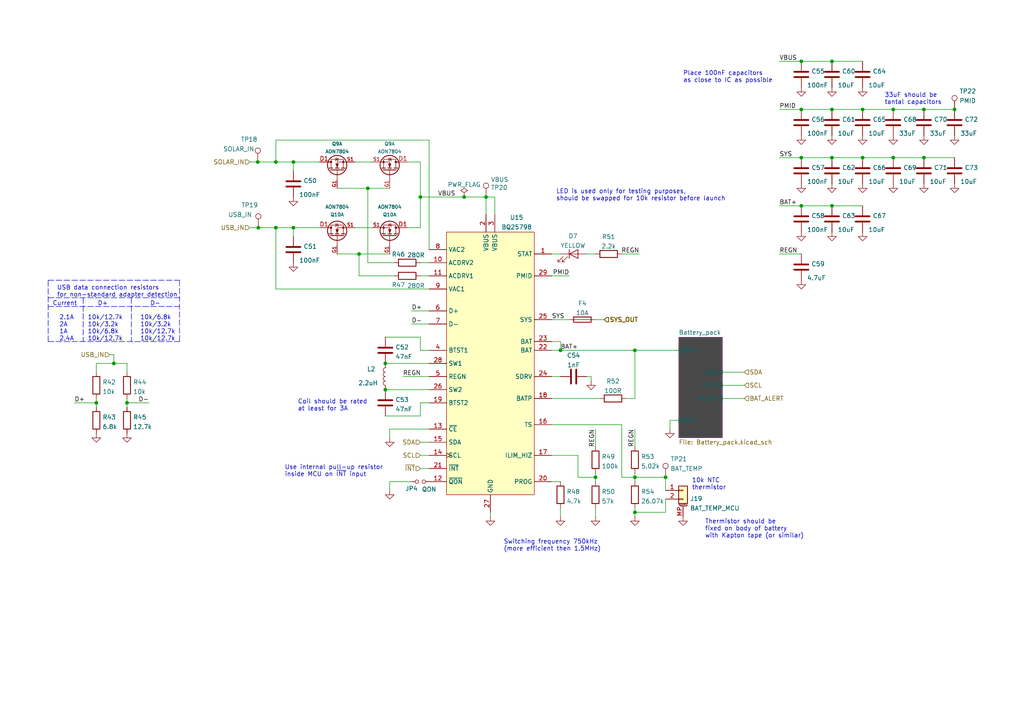
<source format=kicad_sch>
(kicad_sch (version 20210621) (generator eeschema)
  (paper "A4")
  (title_block (title "BUTCube - EPS") (date "2021-06-01") (rev "v1.0") (company "VUT - FIT(STRaDe) & FME(IAE & IPE)") (comment 1 "Author: Petr Malaník"))
  (lib_symbols
    (symbol "Connector:TestPoint" (pin_numbers hide) (pin_names (offset 0.762) hide)
      (property "Reference" "TP" (at 0 6.858 0))
      (property "Value" "TestPoint" (at 0 5.08 0))
      (symbol "TestPoint_0_1"
        (circle (center 0 3.302) (radius 0.762))
      )
      (symbol "TestPoint_1_1"
        (pin passive line (at 0 0 90) (length 2.54) (name "1") (number "1"))
      )
    )
    (symbol "Connector_Generic_MountingPin:Conn_01x02_MountingPin" (pin_names (offset 1.016) hide)
      (property "Reference" "J" (at 0 2.54 0))
      (property "Value" "Conn_01x02_MountingPin" (at 1.27 -5.08 0))
      (symbol "Conn_01x02_MountingPin_1_1"
        (text "Mounting" (at 0 -4.191 0) (effects (font (size 0.381 0.381))))
        (rectangle (start -1.27 -2.413) (end 0 -2.667) (stroke (width 0.1524)))
        (rectangle (start -1.27 0.127) (end 0 -0.127) (stroke (width 0.1524)))
        (rectangle (start -1.27 1.27) (end 1.27 -3.81) (stroke (width 0.254)) (fill (type background)))
        (polyline (pts (xy -1.016 -4.572) (xy 1.016 -4.572)) (stroke (width 0.1524)))
        (pin passive line (at -5.08 0 0) (length 3.81) (name "Pin_1") (number "1"))
        (pin passive line (at -5.08 -2.54 0) (length 3.81) (name "Pin_2") (number "2"))
        (pin passive line (at 0 -7.62 90) (length 3.048) (name "MountPin") (number "MP"))
      )
    )
    (symbol "Device:C" (pin_numbers hide) (pin_names (offset 0.254))
      (property "Reference" "C" (at 0.635 2.54 0))
      (property "Value" "C" (at 0.635 -2.54 0))
      (symbol "C_0_1"
        (polyline (pts (xy -2.032 -0.762) (xy 2.032 -0.762)) (stroke (width 0.508)))
        (polyline (pts (xy -2.032 0.762) (xy 2.032 0.762)) (stroke (width 0.508)))
      )
      (symbol "C_1_1"
        (pin passive line (at 0 3.81 270) (length 2.794) (name "~") (number "1"))
        (pin passive line (at 0 -3.81 90) (length 2.794) (name "~") (number "2"))
      )
    )
    (symbol "Device:Fuse" (pin_numbers hide) (pin_names (offset 0))
      (property "Reference" "F" (at 2.032 0 90))
      (property "Value" "Fuse" (at -1.905 0 90))
      (symbol "Fuse_0_1"
        (rectangle (start -0.762 -2.54) (end 0.762 2.54) (stroke (width 0.254)))
        (polyline (pts (xy 0 2.54) (xy 0 -2.54)))
      )
      (symbol "Fuse_1_1"
        (pin passive line (at 0 3.81 270) (length 1.27) (name "~") (number "1"))
        (pin passive line (at 0 -3.81 90) (length 1.27) (name "~") (number "2"))
      )
    )
    (symbol "Device:Jumper_NO_Small" (pin_numbers hide) (pin_names (offset 0.762) hide)
      (property "Reference" "JP" (at 0 2.032 0))
      (property "Value" "Jumper_NO_Small" (at 0.254 -1.524 0))
      (symbol "Jumper_NO_Small_0_1"
        (circle (center -1.016 0) (radius 0.508))
        (circle (center 1.016 0) (radius 0.508))
        (pin passive line (at -2.54 0 0) (length 1.016) (name "1") (number "1"))
        (pin passive line (at 2.54 0 180) (length 1.016) (name "2") (number "2"))
      )
    )
    (symbol "Device:L" (pin_numbers hide) (pin_names (offset 1.016) hide)
      (property "Reference" "L" (at -1.27 0 90))
      (property "Value" "L" (at 1.905 0 90))
      (symbol "L_0_1"
        (arc (start 0 -2.54) (end 0 -1.27) (radius (at 0 -1.905) (length 0.635) (angles -89.9 89.9)))
        (arc (start 0 -1.27) (end 0 0) (radius (at 0 -0.635) (length 0.635) (angles -89.9 89.9)))
        (arc (start 0 0) (end 0 1.27) (radius (at 0 0.635) (length 0.635) (angles -89.9 89.9)))
        (arc (start 0 1.27) (end 0 2.54) (radius (at 0 1.905) (length 0.635) (angles -89.9 89.9)))
      )
      (symbol "L_1_1"
        (pin passive line (at 0 3.81 270) (length 1.27) (name "1") (number "1"))
        (pin passive line (at 0 -3.81 90) (length 1.27) (name "2") (number "2"))
      )
    )
    (symbol "Device:LED" (pin_numbers hide) (pin_names (offset 1.016) hide)
      (property "Reference" "D" (at 0 2.54 0))
      (property "Value" "LED" (at 0 -2.54 0))
      (symbol "LED_0_1"
        (polyline (pts (xy -1.27 -1.27) (xy -1.27 1.27)) (stroke (width 0.2032)))
        (polyline (pts (xy -1.27 0) (xy 1.27 0)))
        (polyline (pts (xy 1.27 -1.27) (xy 1.27 1.27) (xy -1.27 0) (xy 1.27 -1.27)) (stroke (width 0.2032)))
        (polyline (pts (xy -3.048 -0.762) (xy -4.572 -2.286) (xy -3.81 -2.286) (xy -4.572 -2.286) (xy -4.572 -1.524)))
        (polyline (pts (xy -1.778 -0.762) (xy -3.302 -2.286) (xy -2.54 -2.286) (xy -3.302 -2.286) (xy -3.302 -1.524)))
      )
      (symbol "LED_1_1"
        (pin passive line (at -3.81 0 0) (length 2.54) (name "K") (number "1"))
        (pin passive line (at 3.81 0 180) (length 2.54) (name "A") (number "2"))
      )
    )
    (symbol "Device:R" (pin_numbers hide) (pin_names (offset 0))
      (property "Reference" "R" (at 2.032 0 90))
      (property "Value" "R" (at 0 0 90))
      (symbol "R_0_1"
        (rectangle (start -1.016 -2.54) (end 1.016 2.54) (stroke (width 0.254)))
      )
      (symbol "R_1_1"
        (pin passive line (at 0 3.81 270) (length 1.27) (name "~") (number "1"))
        (pin passive line (at 0 -3.81 90) (length 1.27) (name "~") (number "2"))
      )
    )
    (symbol "TCY_battery_management:BQ25798"
      (property "Reference" "U2" (at 7.62 42.3206 0))
      (property "Value" "BQ25798" (at 7.62 39.5455 0))
      (symbol "BQ25798_0_1"
        (rectangle (start -12.7 38.1) (end 12.7 -38.1) (stroke (width 0.1524)) (fill (type background)))
      )
      (symbol "BQ25798_1_1"
        (pin output line (at 17.78 31.75 180) (length 5.08) (name "STAT") (number "1"))
        (pin output line (at -17.78 29.21 0) (length 5.08) (name "ACDRV2") (number "10"))
        (pin output line (at -17.78 25.4 0) (length 5.08) (name "ACDRV1") (number "11"))
        (pin input line (at -17.78 -34.29 0) (length 5.08) (name "~{QON}") (number "12"))
        (pin input line (at -17.78 -19.05 0) (length 5.08) (name "~{CE}") (number "13"))
        (pin input clock (at -17.78 -26.67 0) (length 5.08) (name "SCL") (number "14"))
        (pin bidirectional line (at -17.78 -22.86 0) (length 5.08) (name "SDA") (number "15"))
        (pin input line (at 17.78 -17.78 180) (length 5.08) (name "TS") (number "16"))
        (pin input line (at 17.78 -26.67 180) (length 5.08) (name "ILIM_HIZ") (number "17"))
        (pin input line (at 17.78 -10.16 180) (length 5.08) (name "BATP") (number "18"))
        (pin passive line (at -17.78 -11.43 0) (length 5.08) (name "BTST2") (number "19"))
        (pin power_in line (at -1.27 43.18 270) (length 5.08) (name "VBUS") (number "2"))
        (pin input line (at 17.78 -34.29 180) (length 5.08) (name "PROG") (number "20"))
        (pin output line (at -17.78 -30.48 0) (length 5.08) (name "~{INT}") (number "21"))
        (pin power_in line (at 17.78 3.81 180) (length 5.08) (name "BAT") (number "22"))
        (pin power_in line (at 17.78 6.35 180) (length 5.08) (name "BAT") (number "23"))
        (pin output line (at 17.78 -3.81 180) (length 5.08) (name "SDRV") (number "24"))
        (pin power_out line (at 17.78 12.7 180) (length 5.08) (name "SYS") (number "25"))
        (pin passive line (at -17.78 -7.62 0) (length 5.08) (name "SW2") (number "26"))
        (pin passive line (at 0 -43.18 90) (length 5.08) (name "GND") (number "27"))
        (pin passive line (at -17.78 0 0) (length 5.08) (name "SW1") (number "28"))
        (pin power_out line (at 17.78 25.4 180) (length 5.08) (name "PMID") (number "29"))
        (pin power_in line (at 1.27 43.18 270) (length 5.08) (name "VBUS") (number "3"))
        (pin passive line (at -17.78 3.81 0) (length 5.08) (name "BTST1") (number "4"))
        (pin passive line (at -17.78 -3.81 0) (length 5.08) (name "REGN") (number "5"))
        (pin bidirectional line (at -17.78 15.24 0) (length 5.08) (name "D+") (number "6"))
        (pin bidirectional line (at -17.78 11.43 0) (length 5.08) (name "D-") (number "7"))
        (pin power_in line (at -17.78 33.02 0) (length 5.08) (name "VAC2") (number "8"))
        (pin power_in line (at -17.78 21.59 0) (length 5.08) (name "VAC1") (number "9"))
      )
    )
    (symbol "TCY_transistors:AON7804" (pin_names hide)
      (property "Reference" "Q" (at 7.62 1.27 0))
      (property "Value" "AON7804" (at 7.62 -1.27 0))
      (symbol "AON7804_0_1"
        (circle (center 1.651 0) (radius 2.794) (stroke (width 0.254)))
        (circle (center 2.54 -1.778) (radius 0.254) (fill (type outline)))
        (circle (center 2.54 1.778) (radius 0.254) (fill (type outline)))
        (polyline (pts (xy 0.254 0) (xy -2.54 0)))
        (polyline (pts (xy 0.254 1.905) (xy 0.254 -1.905)) (stroke (width 0.254)))
        (polyline (pts (xy 0.762 -1.27) (xy 0.762 -2.286)) (stroke (width 0.254)))
        (polyline (pts (xy 0.762 0.508) (xy 0.762 -0.508)) (stroke (width 0.254)))
        (polyline (pts (xy 0.762 2.286) (xy 0.762 1.27)) (stroke (width 0.254)))
        (polyline (pts (xy 2.54 2.54) (xy 2.54 1.778)))
        (polyline (pts (xy 2.54 2.54) (xy 2.54 1.778)))
        (polyline (pts (xy 2.54 -2.54) (xy 2.54 0) (xy 0.762 0)))
        (polyline (pts (xy 0.762 -1.778) (xy 3.302 -1.778) (xy 3.302 1.778) (xy 0.762 1.778)))
        (polyline (pts (xy 2.794 0.508) (xy 2.921 0.381) (xy 3.683 0.381) (xy 3.81 0.254)))
        (polyline (pts (xy 3.302 0.381) (xy 2.921 -0.254) (xy 3.683 -0.254) (xy 3.302 0.381)))
        (polyline (pts (xy 1.016 0) (xy 2.032 0.381) (xy 2.032 -0.381) (xy 1.016 0)) (fill (type outline)))
      )
      (symbol "AON7804_1_1"
        (pin passive line (at 2.54 5.08 270) (length 2.54) (name "D2") (number "D1"))
        (pin passive line (at 2.54 5.08 270) (length 2.54) hide (name "D2") (number "D1"))
        (pin passive line (at -5.08 0 0) (length 2.54) (name "G1") (number "G1"))
        (pin passive line (at 2.54 -5.08 90) (length 2.54) (name "S") (number "S1"))
      )
      (symbol "AON7804_2_1"
        (pin passive line (at 2.54 5.08 270) (length 2.54) (name "D2") (number "D2"))
        (pin passive line (at 2.54 5.08 270) (length 2.54) hide (name "D2") (number "D2"))
        (pin passive line (at -5.08 0 0) (length 2.54) (name "G2") (number "G2"))
        (pin passive line (at 2.54 -5.08 90) (length 2.54) (name "S2") (number "S2"))
      )
    )
    (symbol "power:GND" (power) (pin_names (offset 0))
      (property "Value" "GND" (at 0 -3.81 0))
      (symbol "GND_0_1"
        (polyline (pts (xy 0 0) (xy 0 -1.27) (xy 1.27 -1.27) (xy 0 -2.54) (xy -1.27 -1.27) (xy 0 -1.27)))
      )
      (symbol "GND_1_1"
        (pin power_in line (at 0 0 270) (length 0) hide (name "GND") (number "1"))
      )
    )
    (symbol "power:PWR_FLAG" (power) (pin_numbers hide) (pin_names (offset 0) hide)
      (property "Value" "PWR_FLAG" (at 0 3.81 0))
      (symbol "PWR_FLAG_0_0"
        (pin power_out line (at 0 0 90) (length 0) (name "pwr") (number "1"))
      )
      (symbol "PWR_FLAG_0_1"
        (polyline (pts (xy 0 0) (xy 0 1.27) (xy -1.016 1.905) (xy 0 2.54) (xy 1.016 1.905) (xy 0 1.27)))
      )
    )
  )
  (junction (at 27.94 116.84) (diameter 0.9144))
  (junction (at 33.02 105.41) (diameter 0.9144))
  (junction (at 36.83 116.84) (diameter 0.9144))
  (junction (at 74.7583 46.99) (diameter 0.9144))
  (junction (at 74.93 66.04) (diameter 0.9144))
  (junction (at 80.01 46.99) (diameter 0.9144))
  (junction (at 80.01 66.04) (diameter 0.9144))
  (junction (at 85.09 46.99) (diameter 0.9144))
  (junction (at 85.09 66.04) (diameter 0.9144))
  (junction (at 104.14 73.66) (diameter 0.9144))
  (junction (at 106.68 54.61) (diameter 0.9144))
  (junction (at 111.76 105.41) (diameter 0.9144))
  (junction (at 111.76 113.03) (diameter 0.9144))
  (junction (at 121.92 57.15) (diameter 0.9144))
  (junction (at 134.62 57.15) (diameter 0.9144))
  (junction (at 140.97 57.15) (diameter 0.9144))
  (junction (at 162.56 101.6) (diameter 0.9144))
  (junction (at 172.72 138.43) (diameter 0.9144))
  (junction (at 184.15 101.6) (diameter 0.9144))
  (junction (at 184.15 138.43) (diameter 0.9144))
  (junction (at 184.15 148.59) (diameter 0.9144))
  (junction (at 193.04 138.43) (diameter 0.9144))
  (junction (at 232.41 17.78) (diameter 0.9144))
  (junction (at 232.41 31.75) (diameter 0.9144))
  (junction (at 232.41 45.72) (diameter 0.9144))
  (junction (at 232.41 59.69) (diameter 0.9144))
  (junction (at 241.3 17.78) (diameter 0.9144))
  (junction (at 241.3 31.75) (diameter 0.9144))
  (junction (at 241.3 45.72) (diameter 0.9144))
  (junction (at 241.3 59.69) (diameter 0.9144))
  (junction (at 250.19 31.75) (diameter 0.9144))
  (junction (at 250.19 45.72) (diameter 0.9144))
  (junction (at 259.08 31.75) (diameter 0.9144))
  (junction (at 259.08 45.72) (diameter 0.9144))
  (junction (at 267.97 31.75) (diameter 0.9144))
  (junction (at 267.97 45.72) (diameter 0.9144))
  (junction (at 276.86 31.75) (diameter 0.9144))
  (wire (pts (xy 21.59 116.84) (xy 27.94 116.84)))
  (wire (pts (xy 27.94 105.41) (xy 27.94 107.95)))
  (wire (pts (xy 27.94 115.57) (xy 27.94 116.84)))
  (wire (pts (xy 27.94 116.84) (xy 27.94 118.11)))
  (wire (pts (xy 31.75 102.87) (xy 33.02 102.87)))
  (wire (pts (xy 33.02 102.87) (xy 33.02 105.41)))
  (wire (pts (xy 33.02 105.41) (xy 27.94 105.41)))
  (wire (pts (xy 33.02 105.41) (xy 36.83 105.41)))
  (wire (pts (xy 36.83 105.41) (xy 36.83 107.95)))
  (wire (pts (xy 36.83 115.57) (xy 36.83 116.84)))
  (wire (pts (xy 36.83 116.84) (xy 36.83 118.11)))
  (wire (pts (xy 36.83 116.84) (xy 43.18 116.84)))
  (wire (pts (xy 72.39 46.99) (xy 74.7583 46.99)))
  (wire (pts (xy 72.39 66.04) (xy 74.93 66.04)))
  (wire (pts (xy 74.7583 46.99) (xy 80.01 46.99)))
  (wire (pts (xy 74.93 66.04) (xy 80.01 66.04)))
  (wire (pts (xy 80.01 40.64) (xy 80.01 46.99)))
  (wire (pts (xy 80.01 40.64) (xy 124.46 40.64)))
  (wire (pts (xy 80.01 46.99) (xy 85.09 46.99)))
  (wire (pts (xy 80.01 66.04) (xy 80.01 83.82)))
  (wire (pts (xy 80.01 66.04) (xy 85.09 66.04)))
  (wire (pts (xy 85.09 46.99) (xy 85.09 49.53)))
  (wire (pts (xy 85.09 46.99) (xy 92.71 46.99)))
  (wire (pts (xy 85.09 66.04) (xy 85.09 68.58)))
  (wire (pts (xy 85.09 66.04) (xy 92.71 66.04)))
  (wire (pts (xy 97.79 54.61) (xy 106.68 54.61)))
  (wire (pts (xy 97.79 73.66) (xy 104.14 73.66)))
  (wire (pts (xy 102.87 46.99) (xy 107.95 46.99)))
  (wire (pts (xy 102.87 66.04) (xy 107.95 66.04)))
  (wire (pts (xy 104.14 73.66) (xy 104.14 80.01)))
  (wire (pts (xy 104.14 73.66) (xy 113.03 73.66)))
  (wire (pts (xy 104.14 80.01) (xy 114.3 80.01)))
  (wire (pts (xy 106.68 54.61) (xy 106.68 76.2)))
  (wire (pts (xy 106.68 54.61) (xy 113.03 54.61)))
  (wire (pts (xy 106.68 76.2) (xy 114.3 76.2)))
  (wire (pts (xy 111.76 97.79) (xy 121.92 97.79)))
  (wire (pts (xy 111.76 105.41) (xy 124.46 105.41)))
  (wire (pts (xy 111.76 113.03) (xy 124.46 113.03)))
  (wire (pts (xy 111.76 120.65) (xy 121.92 120.65)))
  (wire (pts (xy 113.03 124.46) (xy 113.03 127)))
  (wire (pts (xy 113.03 139.7) (xy 113.03 142.24)))
  (wire (pts (xy 116.84 109.22) (xy 124.46 109.22)))
  (wire (pts (xy 118.11 46.99) (xy 121.92 46.99)))
  (wire (pts (xy 118.11 66.04) (xy 121.92 66.04)))
  (wire (pts (xy 119.38 90.17) (xy 124.46 90.17)))
  (wire (pts (xy 119.38 93.98) (xy 124.46 93.98)))
  (wire (pts (xy 119.38 139.7) (xy 113.03 139.7)))
  (wire (pts (xy 121.92 46.99) (xy 121.92 57.15)))
  (wire (pts (xy 121.92 57.15) (xy 134.62 57.15)))
  (wire (pts (xy 121.92 66.04) (xy 121.92 57.15)))
  (wire (pts (xy 121.92 76.2) (xy 124.46 76.2)))
  (wire (pts (xy 121.92 80.01) (xy 124.46 80.01)))
  (wire (pts (xy 121.92 101.6) (xy 121.92 97.79)))
  (wire (pts (xy 121.92 116.84) (xy 121.92 120.65)))
  (wire (pts (xy 121.92 128.27) (xy 124.46 128.27)))
  (wire (pts (xy 121.92 132.08) (xy 124.46 132.08)))
  (wire (pts (xy 121.92 135.89) (xy 124.46 135.89)))
  (wire (pts (xy 124.46 40.64) (xy 124.46 72.39)))
  (wire (pts (xy 124.46 83.82) (xy 80.01 83.82)))
  (wire (pts (xy 124.46 101.6) (xy 121.92 101.6)))
  (wire (pts (xy 124.46 116.84) (xy 121.92 116.84)))
  (wire (pts (xy 124.46 124.46) (xy 113.03 124.46)))
  (wire (pts (xy 134.62 57.15) (xy 140.97 57.15)))
  (wire (pts (xy 140.97 57.15) (xy 140.97 62.23)))
  (wire (pts (xy 140.97 57.15) (xy 143.51 57.15)))
  (wire (pts (xy 142.24 148.59) (xy 142.24 149.86)))
  (wire (pts (xy 143.51 57.15) (xy 143.51 62.23)))
  (wire (pts (xy 160.02 73.66) (xy 162.56 73.66)))
  (wire (pts (xy 160.02 80.01) (xy 165.1 80.01)))
  (wire (pts (xy 160.02 92.71) (xy 165.1 92.71)))
  (wire (pts (xy 160.02 99.06) (xy 162.56 99.06)))
  (wire (pts (xy 160.02 101.6) (xy 162.56 101.6)))
  (wire (pts (xy 160.02 109.22) (xy 162.56 109.22)))
  (wire (pts (xy 160.02 115.57) (xy 173.99 115.57)))
  (wire (pts (xy 160.02 123.19) (xy 180.34 123.19)))
  (wire (pts (xy 160.02 139.7) (xy 162.56 139.7)))
  (wire (pts (xy 162.56 99.06) (xy 162.56 101.6)))
  (wire (pts (xy 162.56 101.6) (xy 184.15 101.6)))
  (wire (pts (xy 162.56 147.32) (xy 162.56 149.86)))
  (wire (pts (xy 167.64 132.08) (xy 160.02 132.08)))
  (wire (pts (xy 167.64 138.43) (xy 167.64 132.08)))
  (wire (pts (xy 167.64 138.43) (xy 172.72 138.43)))
  (wire (pts (xy 170.18 73.66) (xy 172.72 73.66)))
  (wire (pts (xy 170.18 109.22) (xy 171.45 109.22)))
  (wire (pts (xy 171.45 109.22) (xy 171.45 110.49)))
  (wire (pts (xy 172.72 92.71) (xy 175.26 92.71)))
  (wire (pts (xy 172.72 124.46) (xy 172.72 129.54)))
  (wire (pts (xy 172.72 137.16) (xy 172.72 138.43)))
  (wire (pts (xy 172.72 138.43) (xy 172.72 139.7)))
  (wire (pts (xy 172.72 147.32) (xy 172.72 149.86)))
  (wire (pts (xy 180.34 73.66) (xy 185.42 73.66)))
  (wire (pts (xy 180.34 138.43) (xy 180.34 123.19)))
  (wire (pts (xy 181.61 115.57) (xy 184.15 115.57)))
  (wire (pts (xy 184.15 101.6) (xy 196.85 101.6)))
  (wire (pts (xy 184.15 115.57) (xy 184.15 101.6)))
  (wire (pts (xy 184.15 124.46) (xy 184.15 129.54)))
  (wire (pts (xy 184.15 137.16) (xy 184.15 138.43)))
  (wire (pts (xy 184.15 138.43) (xy 180.34 138.43)))
  (wire (pts (xy 184.15 138.43) (xy 184.15 139.7)))
  (wire (pts (xy 184.15 138.43) (xy 193.04 138.43)))
  (wire (pts (xy 184.15 147.32) (xy 184.15 148.59)))
  (wire (pts (xy 184.15 148.59) (xy 184.15 149.86)))
  (wire (pts (xy 184.15 148.59) (xy 193.04 148.59)))
  (wire (pts (xy 193.04 142.24) (xy 193.04 138.43)))
  (wire (pts (xy 193.04 144.78) (xy 193.04 148.59)))
  (wire (pts (xy 194.31 121.92) (xy 194.31 124.46)))
  (wire (pts (xy 196.85 121.92) (xy 194.31 121.92)))
  (wire (pts (xy 209.55 107.95) (xy 215.9 107.95)))
  (wire (pts (xy 209.55 111.76) (xy 215.9 111.76)))
  (wire (pts (xy 209.55 115.57) (xy 215.9 115.57)))
  (wire (pts (xy 226.06 17.78) (xy 232.41 17.78)))
  (wire (pts (xy 226.06 31.75) (xy 232.41 31.75)))
  (wire (pts (xy 226.06 45.72) (xy 232.41 45.72)))
  (wire (pts (xy 226.06 59.69) (xy 232.41 59.69)))
  (wire (pts (xy 226.06 73.66) (xy 232.41 73.66)))
  (wire (pts (xy 232.41 17.78) (xy 241.3 17.78)))
  (wire (pts (xy 232.41 31.75) (xy 241.3 31.75)))
  (wire (pts (xy 232.41 45.72) (xy 241.3 45.72)))
  (wire (pts (xy 232.41 59.69) (xy 241.3 59.69)))
  (wire (pts (xy 241.3 17.78) (xy 250.19 17.78)))
  (wire (pts (xy 241.3 31.75) (xy 250.19 31.75)))
  (wire (pts (xy 241.3 45.72) (xy 250.19 45.72)))
  (wire (pts (xy 241.3 59.69) (xy 250.19 59.69)))
  (wire (pts (xy 250.19 31.75) (xy 259.08 31.75)))
  (wire (pts (xy 250.19 45.72) (xy 259.08 45.72)))
  (wire (pts (xy 259.08 31.75) (xy 267.97 31.75)))
  (wire (pts (xy 259.08 45.72) (xy 267.97 45.72)))
  (wire (pts (xy 267.97 31.75) (xy 276.86 31.75)))
  (wire (pts (xy 267.97 45.72) (xy 276.86 45.72)))
  (polyline (pts (xy 13.97 81.28) (xy 52.07 81.28)) (stroke (width 0) (type dash)))
  (polyline (pts (xy 13.97 86.36) (xy 52.07 86.36)) (stroke (width 0) (type dash)))
  (polyline (pts (xy 13.97 88.9) (xy 52.07 88.9)) (stroke (width 0) (type dash)))
  (polyline (pts (xy 13.97 99.06) (xy 13.97 81.28)) (stroke (width 0) (type dash)))
  (polyline (pts (xy 13.97 99.06) (xy 52.07 99.06)) (stroke (width 0) (type dash)))
  (polyline (pts (xy 24.13 86.36) (xy 24.13 99.06)) (stroke (width 0) (type dash)))
  (polyline (pts (xy 38.1 86.36) (xy 38.1 99.06)) (stroke (width 0) (type dash)))
  (polyline (pts (xy 52.07 81.28) (xy 52.07 99.06)) (stroke (width 0) (type dash)))
  (text "Current\n\n  2.1A\n  2A\n  1A\n  2.4A" (at 15.24 99.06 0) (effects (font (size 1.27 1.27)) (justify left bottom)))
  (text "USB data connection resistors\nfor non-standard adapter detection" (at 16.51 86.36 0) (effects (font (size 1.27 1.27)) (justify left bottom)))
  (text "   D+\n\n10k/12.7k\n10k/3.2k\n10k/6.8k\n10k/12.7k" (at 25.4 99.06 0) (effects (font (size 1.27 1.27)) (justify left bottom)))
  (text "   D-\n\n10k/6.8k\n10k/3.2k\n10k/12.7k\n10k/12.7k" (at 40.64 99.06 0) (effects (font (size 1.27 1.27)) (justify left bottom)))
  (text "Use internal pull-up resistor\ninside MCU on ~{INT} input" (at 82.55 138.43 0) (effects (font (size 1.27 1.27)) (justify left bottom)))
  (text "Coil should be rated\nat least for 3A" (at 86.36 119.38 0) (effects (font (size 1.27 1.27)) (justify left bottom)))
  (text "Switching frequency 750kHz\n(more efficient then 1.5MHz)" (at 146.05 160.02 0) (effects (font (size 1.27 1.27)) (justify left bottom)))
  (text "LED is used only for testing purposes,\nshould be swapped for 10k resistor before launch" (at 161.29 58.42 0) (effects (font (size 1.27 1.27)) (justify left bottom)))
  (text "Place 100nF capacitors\nas close to IC as possible" (at 198.12 24.13 0) (effects (font (size 1.27 1.27)) (justify left bottom)))
  (text "10k NTC\nthermistor" (at 200.66 142.24 0) (effects (font (size 1.27 1.27)) (justify left bottom)))
  (text "Thermistor should be\nfixed on body of battery\nwith Kapton tape (or similar)" (at 204.47 156.21 0) (effects (font (size 1.27 1.27)) (justify left bottom)))
  (text "33uF should be\ntantal capacitors" (at 256.54 30.48 0) (effects (font (size 1.27 1.27)) (justify left bottom)))
  (label "D+" (at 21.59 116.84 0))
  (label "D-" (at 43.18 116.84 180))
  (label "REGN" (at 116.84 109.22 0))
  (label "D+" (at 119.38 90.17 0))
  (label "D-" (at 119.38 93.98 0))
  (label "VBUS" (at 127 57.15 0))
  (label "SYS" (at 160.02 92.71 0))
  (label "BAT+" (at 162.56 101.6 0))
  (label "PMID" (at 165.1 80.01 180))
  (label "REGN" (at 172.72 124.46 270))
  (label "REGN" (at 184.15 124.46 270))
  (label "REGN" (at 185.42 73.66 180))
  (label "VBUS" (at 226.06 17.78 0))
  (label "PMID" (at 226.06 31.75 0))
  (label "SYS" (at 226.06 45.72 0))
  (label "BAT+" (at 226.06 59.69 0))
  (label "REGN" (at 226.06 73.66 0))
  (hierarchical_label "USB_IN" (shape input) (at 31.75 102.87 180))
  (hierarchical_label "SOLAR_IN" (shape input) (at 72.39 46.99 180))
  (hierarchical_label "USB_IN" (shape input) (at 72.39 66.04 180))
  (hierarchical_label "SDA" (shape input) (at 121.92 128.27 180))
  (hierarchical_label "SCL" (shape input) (at 121.92 132.08 180))
  (hierarchical_label "~{INT}" (shape input) (at 121.92 135.89 180))
  (hierarchical_label "SYS_OUT" (shape input) (at 175.26 92.71 0) (effects (font (thickness 0.254))))
  (hierarchical_label "SDA" (shape input) (at 215.9 107.95 0))
  (hierarchical_label "SCL" (shape input) (at 215.9 111.76 0))
  (hierarchical_label "BAT_ALERT" (shape input) (at 215.9 115.57 0))
  (symbol (lib_id "power:PWR_FLAG") (at 134.62 57.15 0)
    (property "Reference" "#FLG011" (effects hide))
    (property "Value" "PWR_FLAG" (at 134.62 53.5454 0))
  )
  (symbol (lib_id "Device:Jumper_NO_Small") (at 121.92 139.7 0)
    (property "Reference" "JP4" (at 119.38 141.7024 0))
    (property "Value" "QON" (at 124.46 141.9375 0))
    (property "Footprint" "Jumper:SolderJumper-2_P1.3mm_Open_RoundedPad1.0x1.5mm" (effects hide))
  )
  (symbol (lib_id "Connector:TestPoint") (at 74.7583 46.99 0)
    (property "Reference" "TP18" (at 69.8054 40.43 0) (effects (justify left)))
    (property "Value" "SOLAR_IN" (at 64.7254 43.2051 0) (effects (justify left)))
    (property "Footprint" "TCY_connectors:TestPoint_Pad_D0.5mm" (effects hide))
  )
  (symbol (lib_id "Connector:TestPoint") (at 74.93 66.04 0)
    (property "Reference" "TP19" (at 69.9771 59.48 0) (effects (justify left)))
    (property "Value" "USB_IN" (at 66.1671 62.2551 0) (effects (justify left)))
    (property "Footprint" "TCY_connectors:TestPoint_Pad_D0.5mm" (effects hide))
  )
  (symbol (lib_id "Connector:TestPoint") (at 140.97 57.15 0)
    (property "Reference" "TP20" (at 142.3671 54.4 0) (effects (justify left)))
    (property "Value" "VBUS" (at 142.3671 52.0951 0) (effects (justify left)))
    (property "Footprint" "TCY_connectors:TestPoint_Pad_D0.5mm" (effects hide))
  )
  (symbol (lib_id "Connector:TestPoint") (at 193.04 138.43 0)
    (property "Reference" "TP21" (at 194.4371 133.14 0) (effects (justify left)))
    (property "Value" "BAT_TEMP" (at 194.4371 135.9151 0) (effects (justify left)))
    (property "Footprint" "TCY_connectors:TestPoint_Pad_D0.5mm" (effects hide))
  )
  (symbol (lib_id "Connector:TestPoint") (at 276.86 31.75 0)
    (property "Reference" "TP22" (at 278.2571 26.46 0) (effects (justify left)))
    (property "Value" "PMID" (at 278.2571 29.2351 0) (effects (justify left)))
    (property "Footprint" "TCY_connectors:TestPoint_Pad_D0.5mm" (effects hide))
  )
  (symbol (lib_id "power:GND") (at 27.94 125.73 0)
    (property "Reference" "#PWR0120" (effects hide))
    (property "Value" "GND" (effects hide))
  )
  (symbol (lib_id "power:GND") (at 36.83 125.73 0)
    (property "Reference" "#PWR0121" (effects hide))
    (property "Value" "GND" (effects hide))
  )
  (symbol (lib_id "power:GND") (at 85.09 57.15 0)
    (property "Reference" "#PWR0122" (effects hide))
    (property "Value" "GND" (effects hide))
  )
  (symbol (lib_id "power:GND") (at 85.09 76.2 0)
    (property "Reference" "#PWR0123" (effects hide))
    (property "Value" "GND" (effects hide))
  )
  (symbol (lib_id "power:GND") (at 113.03 127 0)
    (property "Reference" "#PWR0124" (effects hide))
    (property "Value" "GND" (effects hide))
  )
  (symbol (lib_id "power:GND") (at 113.03 142.24 0)
    (property "Reference" "#PWR0125" (effects hide))
    (property "Value" "GND" (effects hide))
  )
  (symbol (lib_id "power:GND") (at 142.24 149.86 0)
    (property "Reference" "#PWR0126" (effects hide))
    (property "Value" "GND" (effects hide))
  )
  (symbol (lib_id "power:GND") (at 162.56 149.86 0)
    (property "Reference" "#PWR0127" (effects hide))
    (property "Value" "GND" (effects hide))
  )
  (symbol (lib_id "power:GND") (at 171.45 110.49 0)
    (property "Reference" "#PWR0128" (effects hide))
    (property "Value" "GND" (effects hide))
  )
  (symbol (lib_id "power:GND") (at 172.72 149.86 0)
    (property "Reference" "#PWR0129" (effects hide))
    (property "Value" "GND" (effects hide))
  )
  (symbol (lib_id "power:GND") (at 184.15 149.86 0)
    (property "Reference" "#PWR0130" (effects hide))
    (property "Value" "GND" (effects hide))
  )
  (symbol (lib_id "power:GND") (at 194.31 124.46 0)
    (property "Reference" "#PWR0131" (effects hide))
    (property "Value" "GND" (effects hide))
  )
  (symbol (lib_id "power:GND") (at 198.12 149.86 0)
    (property "Reference" "#PWR0132" (effects hide))
    (property "Value" "GND" (effects hide))
  )
  (symbol (lib_id "power:GND") (at 232.41 25.4 0)
    (property "Reference" "#PWR0133" (effects hide))
    (property "Value" "GND" (effects hide))
  )
  (symbol (lib_id "power:GND") (at 232.41 39.37 0)
    (property "Reference" "#PWR0134" (effects hide))
    (property "Value" "GND" (effects hide))
  )
  (symbol (lib_id "power:GND") (at 232.41 53.34 0)
    (property "Reference" "#PWR0135" (effects hide))
    (property "Value" "GND" (effects hide))
  )
  (symbol (lib_id "power:GND") (at 232.41 67.31 0)
    (property "Reference" "#PWR0136" (effects hide))
    (property "Value" "GND" (effects hide))
  )
  (symbol (lib_id "power:GND") (at 232.41 81.28 0)
    (property "Reference" "#PWR0137" (effects hide))
    (property "Value" "GND" (effects hide))
  )
  (symbol (lib_id "power:GND") (at 241.3 25.4 0)
    (property "Reference" "#PWR0138" (effects hide))
    (property "Value" "GND" (effects hide))
  )
  (symbol (lib_id "power:GND") (at 241.3 39.37 0)
    (property "Reference" "#PWR0139" (effects hide))
    (property "Value" "GND" (effects hide))
  )
  (symbol (lib_id "power:GND") (at 241.3 53.34 0)
    (property "Reference" "#PWR0140" (effects hide))
    (property "Value" "GND" (effects hide))
  )
  (symbol (lib_id "power:GND") (at 241.3 67.31 0)
    (property "Reference" "#PWR0141" (effects hide))
    (property "Value" "GND" (effects hide))
  )
  (symbol (lib_id "power:GND") (at 250.19 25.4 0)
    (property "Reference" "#PWR0142" (effects hide))
    (property "Value" "GND" (effects hide))
  )
  (symbol (lib_id "power:GND") (at 250.19 39.37 0)
    (property "Reference" "#PWR0143" (effects hide))
    (property "Value" "GND" (effects hide))
  )
  (symbol (lib_id "power:GND") (at 250.19 53.34 0)
    (property "Reference" "#PWR0144" (effects hide))
    (property "Value" "GND" (effects hide))
  )
  (symbol (lib_id "power:GND") (at 250.19 67.31 0)
    (property "Reference" "#PWR0145" (effects hide))
    (property "Value" "GND" (effects hide))
  )
  (symbol (lib_id "power:GND") (at 259.08 39.37 0)
    (property "Reference" "#PWR0146" (effects hide))
    (property "Value" "GND" (effects hide))
  )
  (symbol (lib_id "power:GND") (at 259.08 53.34 0)
    (property "Reference" "#PWR0147" (effects hide))
    (property "Value" "GND" (effects hide))
  )
  (symbol (lib_id "power:GND") (at 267.97 39.37 0)
    (property "Reference" "#PWR0148" (effects hide))
    (property "Value" "GND" (effects hide))
  )
  (symbol (lib_id "power:GND") (at 267.97 53.34 0)
    (property "Reference" "#PWR0149" (effects hide))
    (property "Value" "GND" (effects hide))
  )
  (symbol (lib_id "power:GND") (at 276.86 39.37 0)
    (property "Reference" "#PWR0150" (effects hide))
    (property "Value" "GND" (effects hide))
  )
  (symbol (lib_id "power:GND") (at 276.86 53.34 0)
    (property "Reference" "#PWR0151" (effects hide))
    (property "Value" "GND" (effects hide))
  )
  (symbol (lib_id "Device:L") (at 111.76 109.22 180)
    (property "Reference" "L2" (at 106.4261 107.0415 0) (effects (justify right)))
    (property "Value" "2.2uH" (at 103.8861 111.0866 0) (effects (justify right)))
    (property "Footprint" "Inductor_SMD:L_Taiyo-Yuden_MD-5050" (effects hide))
  )
  (symbol (lib_id "Device:Fuse") (at 168.91 92.71 90)
    (property "Reference" "F4" (at 168.91 87.9814 90))
    (property "Value" "10A" (at 168.91 90.7565 90))
    (property "Footprint" "Fuse:Fuse_1206_3216Metric" (effects hide))
  )
  (symbol (lib_id "Device:R") (at 27.94 111.76 0)
    (property "Reference" "R42" (at 29.7181 110.8515 0) (effects (justify left)))
    (property "Value" "10k" (at 29.7181 113.6266 0) (effects (justify left)))
    (property "Footprint" "TCY_passives:R_0603_1608Metric" (effects hide))
  )
  (symbol (lib_id "Device:R") (at 27.94 121.92 0)
    (property "Reference" "R43" (at 29.7181 121.0115 0) (effects (justify left)))
    (property "Value" "6.8k" (at 29.7181 123.7866 0) (effects (justify left)))
    (property "Footprint" "TCY_passives:R_0603_1608Metric" (effects hide))
  )
  (symbol (lib_id "Device:R") (at 36.83 111.76 0)
    (property "Reference" "R44" (at 38.6081 110.8515 0) (effects (justify left)))
    (property "Value" "10k" (at 38.6081 113.6266 0) (effects (justify left)))
    (property "Footprint" "TCY_passives:R_0603_1608Metric" (effects hide))
  )
  (symbol (lib_id "Device:R") (at 36.83 121.92 0)
    (property "Reference" "R45" (at 38.6081 121.0115 0) (effects (justify left)))
    (property "Value" "12.7k" (at 38.6081 123.7866 0) (effects (justify left)))
    (property "Footprint" "TCY_passives:R_0603_1608Metric" (effects hide))
  )
  (symbol (lib_id "Device:R") (at 118.11 76.2 90)
    (property "Reference" "R46" (at 115.57 73.7574 90))
    (property "Value" "280R" (at 120.65 73.9925 90))
    (property "Footprint" "TCY_passives:R_0603_1608Metric" (effects hide))
  )
  (symbol (lib_id "Device:R") (at 118.11 80.01 90)
    (property "Reference" "R47" (at 115.57 82.6474 90))
    (property "Value" "280R" (at 120.65 82.8825 90))
    (property "Footprint" "TCY_passives:R_0603_1608Metric" (effects hide))
  )
  (symbol (lib_id "Device:R") (at 162.56 143.51 0)
    (property "Reference" "R48" (at 164.3381 142.6015 0) (effects (justify left)))
    (property "Value" "4.7k" (at 164.3381 145.3766 0) (effects (justify left)))
    (property "Footprint" "TCY_passives:R_0603_1608Metric" (effects hide))
  )
  (symbol (lib_id "Device:R") (at 172.72 133.35 0)
    (property "Reference" "R49" (at 174.4981 132.4415 0) (effects (justify left)))
    (property "Value" "100k" (at 174.4981 135.2166 0) (effects (justify left)))
    (property "Footprint" "TCY_passives:R_0603_1608Metric" (effects hide))
  )
  (symbol (lib_id "Device:R") (at 172.72 143.51 0)
    (property "Reference" "R50" (at 174.4981 142.6015 0) (effects (justify left)))
    (property "Value" "57k" (at 174.4981 145.3766 0) (effects (justify left)))
    (property "Footprint" "TCY_passives:R_0603_1608Metric" (effects hide))
  )
  (symbol (lib_id "Device:R") (at 176.53 73.66 90)
    (property "Reference" "R51" (at 176.53 68.6774 90))
    (property "Value" "2.2k" (at 176.53 71.4525 90))
    (property "Footprint" "TCY_passives:R_0603_1608Metric" (effects hide))
  )
  (symbol (lib_id "Device:R") (at 177.8 115.57 90)
    (property "Reference" "R52" (at 177.8 110.5874 90))
    (property "Value" "100R" (at 177.8 113.3625 90))
    (property "Footprint" "TCY_passives:R_0603_1608Metric" (effects hide))
  )
  (symbol (lib_id "Device:R") (at 184.15 133.35 0)
    (property "Reference" "R53" (at 185.9281 132.4415 0) (effects (justify left)))
    (property "Value" "5.02k" (at 185.9281 135.2166 0) (effects (justify left)))
    (property "Footprint" "TCY_passives:R_0603_1608Metric" (effects hide))
  )
  (symbol (lib_id "Device:R") (at 184.15 143.51 0)
    (property "Reference" "R54" (at 185.9281 142.6015 0) (effects (justify left)))
    (property "Value" "26.07k" (at 185.9281 145.3766 0) (effects (justify left)))
    (property "Footprint" "TCY_passives:R_0603_1608Metric" (effects hide))
  )
  (symbol (lib_id "Device:LED") (at 166.37 73.66 0)
    (property "Reference" "D7" (at 166.1795 68.4488 0))
    (property "Value" "YELLOW" (at 166.1795 71.2239 0))
    (property "Footprint" "LED_SMD:LED_0603_1608Metric_Castellated" (effects hide))
  )
  (symbol (lib_id "Device:C") (at 85.09 53.34 0)
    (property "Reference" "C50" (at 88.0111 52.4315 0) (effects (justify left)))
    (property "Value" "100nF" (at 86.7411 56.4766 0) (effects (justify left)))
    (property "Footprint" "TCY_passives:C_0603_1608Metric" (effects hide))
  )
  (symbol (lib_id "Device:C") (at 85.09 72.39 0)
    (property "Reference" "C51" (at 88.0111 71.4815 0) (effects (justify left)))
    (property "Value" "100nF" (at 86.7411 75.5266 0) (effects (justify left)))
    (property "Footprint" "TCY_passives:C_0603_1608Metric" (effects hide))
  )
  (symbol (lib_id "Device:C") (at 111.76 101.6 0)
    (property "Reference" "C52" (at 114.6811 100.6915 0) (effects (justify left)))
    (property "Value" "47nF" (at 114.6811 103.4666 0) (effects (justify left)))
    (property "Footprint" "TCY_passives:C_0603_1608Metric" (effects hide))
  )
  (symbol (lib_id "Device:C") (at 111.76 116.84 0)
    (property "Reference" "C53" (at 114.6811 115.9315 0) (effects (justify left)))
    (property "Value" "47nF" (at 114.6811 118.7066 0) (effects (justify left)))
    (property "Footprint" "TCY_passives:C_0603_1608Metric" (effects hide))
  )
  (symbol (lib_id "Device:C") (at 166.37 109.22 90)
    (property "Reference" "C54" (at 166.37 103.0944 90))
    (property "Value" "1nF" (at 166.37 105.8695 90))
    (property "Footprint" "TCY_passives:C_0603_1608Metric" (effects hide))
  )
  (symbol (lib_id "Device:C") (at 232.41 21.59 0)
    (property "Reference" "C55" (at 235.3311 20.6815 0) (effects (justify left)))
    (property "Value" "100nF" (at 234.0611 24.7266 0) (effects (justify left)))
    (property "Footprint" "TCY_passives:C_0603_1608Metric" (effects hide))
  )
  (symbol (lib_id "Device:C") (at 232.41 35.56 0)
    (property "Reference" "C56" (at 235.3311 34.6515 0) (effects (justify left)))
    (property "Value" "100nF" (at 234.0611 38.6966 0) (effects (justify left)))
    (property "Footprint" "TCY_passives:C_0603_1608Metric" (effects hide))
  )
  (symbol (lib_id "Device:C") (at 232.41 49.53 0)
    (property "Reference" "C57" (at 235.3311 48.6215 0) (effects (justify left)))
    (property "Value" "100nF" (at 234.0611 52.6666 0) (effects (justify left)))
    (property "Footprint" "TCY_passives:C_0603_1608Metric" (effects hide))
  )
  (symbol (lib_id "Device:C") (at 232.41 63.5 0)
    (property "Reference" "C58" (at 235.3311 62.5915 0) (effects (justify left)))
    (property "Value" "100nF" (at 234.0611 66.6366 0) (effects (justify left)))
    (property "Footprint" "TCY_passives:C_0603_1608Metric" (effects hide))
  )
  (symbol (lib_id "Device:C") (at 232.41 77.47 0)
    (property "Reference" "C59" (at 235.3311 76.5615 0) (effects (justify left)))
    (property "Value" "4.7uF" (at 234.0611 80.6066 0) (effects (justify left)))
    (property "Footprint" "TCY_passives:C_0603_1608Metric" (effects hide))
  )
  (symbol (lib_id "Device:C") (at 241.3 21.59 0)
    (property "Reference" "C60" (at 244.2211 20.6815 0) (effects (justify left)))
    (property "Value" "10uF" (at 242.9511 24.7266 0) (effects (justify left)))
    (property "Footprint" "TCY_passives:C_0805_2012Metric" (effects hide))
  )
  (symbol (lib_id "Device:C") (at 241.3 35.56 0)
    (property "Reference" "C61" (at 244.2211 34.6515 0) (effects (justify left)))
    (property "Value" "10uF" (at 242.9511 38.6966 0) (effects (justify left)))
    (property "Footprint" "TCY_passives:C_0805_2012Metric" (effects hide))
  )
  (symbol (lib_id "Device:C") (at 241.3 49.53 0)
    (property "Reference" "C62" (at 244.2211 48.6215 0) (effects (justify left)))
    (property "Value" "10uF" (at 242.9511 52.6666 0) (effects (justify left)))
    (property "Footprint" "TCY_passives:C_0805_2012Metric" (effects hide))
  )
  (symbol (lib_id "Device:C") (at 241.3 63.5 0)
    (property "Reference" "C63" (at 244.2211 62.5915 0) (effects (justify left)))
    (property "Value" "10uF" (at 242.9511 66.6366 0) (effects (justify left)))
    (property "Footprint" "TCY_passives:C_0805_2012Metric" (effects hide))
  )
  (symbol (lib_id "Device:C") (at 250.19 21.59 0)
    (property "Reference" "C64" (at 253.1111 20.6815 0) (effects (justify left)))
    (property "Value" "10uF" (at 251.8411 24.7266 0) (effects (justify left)))
    (property "Footprint" "TCY_passives:C_0805_2012Metric" (effects hide))
  )
  (symbol (lib_id "Device:C") (at 250.19 35.56 0)
    (property "Reference" "C65" (at 253.1111 34.6515 0) (effects (justify left)))
    (property "Value" "10uF" (at 251.8411 38.6966 0) (effects (justify left)))
    (property "Footprint" "TCY_passives:C_0805_2012Metric" (effects hide))
  )
  (symbol (lib_id "Device:C") (at 250.19 49.53 0)
    (property "Reference" "C66" (at 253.1111 48.6215 0) (effects (justify left)))
    (property "Value" "10uF" (at 251.8411 52.6666 0) (effects (justify left)))
    (property "Footprint" "TCY_passives:C_0805_2012Metric" (effects hide))
  )
  (symbol (lib_id "Device:C") (at 250.19 63.5 0)
    (property "Reference" "C67" (at 253.1111 62.5915 0) (effects (justify left)))
    (property "Value" "10uF" (at 251.8411 66.6366 0) (effects (justify left)))
    (property "Footprint" "TCY_passives:C_0805_2012Metric" (effects hide))
  )
  (symbol (lib_id "Device:C") (at 259.08 35.56 0)
    (property "Reference" "C68" (at 262.0011 34.6515 0) (effects (justify left)))
    (property "Value" "33uF" (at 260.7311 38.6966 0) (effects (justify left)))
    (property "Footprint" "Capacitor_SMD:C_1206_3216Metric" (effects hide))
  )
  (symbol (lib_id "Device:C") (at 259.08 49.53 0)
    (property "Reference" "C69" (at 262.0011 48.6215 0) (effects (justify left)))
    (property "Value" "10uF" (at 260.7311 52.6666 0) (effects (justify left)))
    (property "Footprint" "TCY_passives:C_0805_2012Metric" (effects hide))
  )
  (symbol (lib_id "Device:C") (at 267.97 35.56 0)
    (property "Reference" "C70" (at 270.8911 34.6515 0) (effects (justify left)))
    (property "Value" "33uF" (at 269.6211 38.6966 0) (effects (justify left)))
    (property "Footprint" "Capacitor_SMD:C_1206_3216Metric" (effects hide))
  )
  (symbol (lib_id "Device:C") (at 267.97 49.53 0)
    (property "Reference" "C71" (at 270.8911 48.6215 0) (effects (justify left)))
    (property "Value" "10uF" (at 269.6211 52.6666 0) (effects (justify left)))
    (property "Footprint" "TCY_passives:C_0805_2012Metric" (effects hide))
  )
  (symbol (lib_id "Device:C") (at 276.86 35.56 0)
    (property "Reference" "C72" (at 279.7811 34.6515 0) (effects (justify left)))
    (property "Value" "33uF" (at 278.5111 38.6966 0) (effects (justify left)))
    (property "Footprint" "Capacitor_SMD:C_1206_3216Metric" (effects hide))
  )
  (symbol (lib_id "Device:C") (at 276.86 49.53 0)
    (property "Reference" "C73" (at 279.7811 48.6215 0) (effects (justify left)))
    (property "Value" "10uF" (at 278.5111 52.6666 0) (effects (justify left)))
    (property "Footprint" "TCY_passives:C_0805_2012Metric" (effects hide))
  )
  (symbol (lib_id "Connector_Generic_MountingPin:Conn_01x02_MountingPin") (at 198.12 142.24 0)
    (property "Reference" "J19" (at 200.1521 144.6335 0) (effects (justify left)))
    (property "Value" "BAT_TEMP_MCU" (at 200.1521 147.4086 0) (effects (justify left)))
    (property "Footprint" "TCY_connectors:Amphenol_10114828-11102LF_1x02_P1.25mm_Vertical" (effects hide))
  )
  (symbol (lib_id "TCY_transistors:AON7804") (at 97.79 49.53 90)
    (property "Reference" "Q9" (at 97.79 41.7188 90) (effects (font (size 1 1))))
    (property "Value" "AON7804" (at 97.79 43.9578 90) (effects (font (size 1 1))))
    (property "Footprint" "TCY_IC:DFN-8-2EP_3x3mm_P0.65mm_EP2.0x1.2mm" (effects hide))
    (property "Datasheet" "https://www.tme.eu/Document/fa3f2aaa37eaef20cf8bb0832a66190d/YJQ3400A.pdf" (effects hide))
  )
  (symbol (lib_id "TCY_transistors:AON7804") (at 97.79 68.58 90)
    (property "Reference" "Q10" (at 97.79 62.2534 90) (effects (font (size 1 1))))
    (property "Value" "AON7804" (at 97.79 60.0144 90) (effects (font (size 1 1))))
    (property "Footprint" "TCY_IC:DFN-8-2EP_3x3mm_P0.65mm_EP2.0x1.2mm" (effects hide))
    (property "Datasheet" "https://www.tme.eu/Document/fa3f2aaa37eaef20cf8bb0832a66190d/YJQ3400A.pdf" (effects hide))
  )
  (symbol (lib_id "TCY_transistors:AON7804") (at 113.03 49.53 270) (mirror x)
    (property "Reference" "Q9" (at 113.03 41.7188 90) (effects (font (size 1 1))))
    (property "Value" "AON7804" (at 113.03 43.9578 90) (effects (font (size 1 1))))
    (property "Footprint" "TCY_IC:DFN-8-2EP_3x3mm_P0.65mm_EP2.0x1.2mm" (effects hide))
    (property "Datasheet" "https://www.tme.eu/Document/fa3f2aaa37eaef20cf8bb0832a66190d/YJQ3400A.pdf" (effects hide))
  )
  (symbol (lib_id "TCY_transistors:AON7804") (at 113.03 68.58 270) (mirror x)
    (property "Reference" "Q10" (at 113.03 62.2534 90) (effects (font (size 1 1))))
    (property "Value" "AON7804" (at 113.03 60.0144 90) (effects (font (size 1 1))))
    (property "Footprint" "TCY_IC:DFN-8-2EP_3x3mm_P0.65mm_EP2.0x1.2mm" (effects hide))
    (property "Datasheet" "https://www.tme.eu/Document/fa3f2aaa37eaef20cf8bb0832a66190d/YJQ3400A.pdf" (effects hide))
  )
  (symbol (lib_id "TCY_battery_management:BQ25798") (at 142.24 105.41 0)
    (property "Reference" "U15" (at 149.86 63.0894 0))
    (property "Value" "BQ25798" (at 149.86 65.8645 0))
    (property "Footprint" "TCY_IC:VQFN-HR_29(34)_4x4mm_P0.4mm" (effects hide))
    (property "Datasheet" "https://www.ti.com/lit/ds/symlink/bq25798.pdf?ts=1625073754336" (effects hide))
  )
  (sheet (at 196.85 97.79) (size 12.7 29.21) (stroke (width 0.001) (color 132 0 132 1)) (fill (color 72 72 72 1.0000))
    (property "Sheet name" "Battery_pack" (at 196.85 97.1543 0) (effects (justify left bottom)))
    (property "Sheet file" "Battery_pack.kicad_sch" (at 196.85 127.5087 0) (effects (justify left top)))
    (pin "SDA" input (at 209.55 107.95 0))
    (pin "SCL" input (at 209.55 111.76 0))
    (pin "ALERT" input (at 209.55 115.57 0))
    (pin "BAT+" input (at 196.85 101.6 180))
    (pin "BAT-" input (at 196.85 121.92 180))
  )
)
</source>
